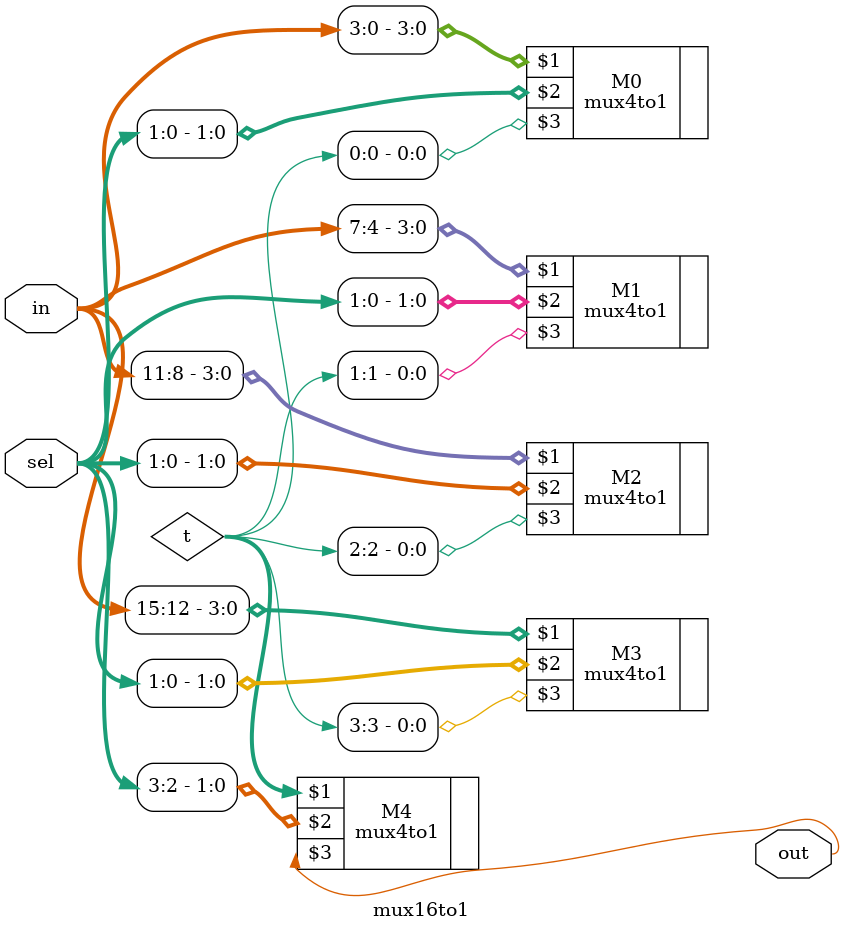
<source format=v>
module mux16to1(in,sel,out);
	input [15:0]in;
	input [3:0]sel;
	output out;
	wire [3:0]t;
	mux4to1 M0 (in[3:0],sel[1:0],t[0]);
	mux4to1 M1 (in[7:4],sel[1:0],t[1]);
	mux4to1 M2 (in[11:8],sel[1:0],t[2]);
	mux4to1 M3 (in[15:12],sel[1:0],t[3]);
	mux4to1 M4 (t,sel[3:2],out);
endmodule

</source>
